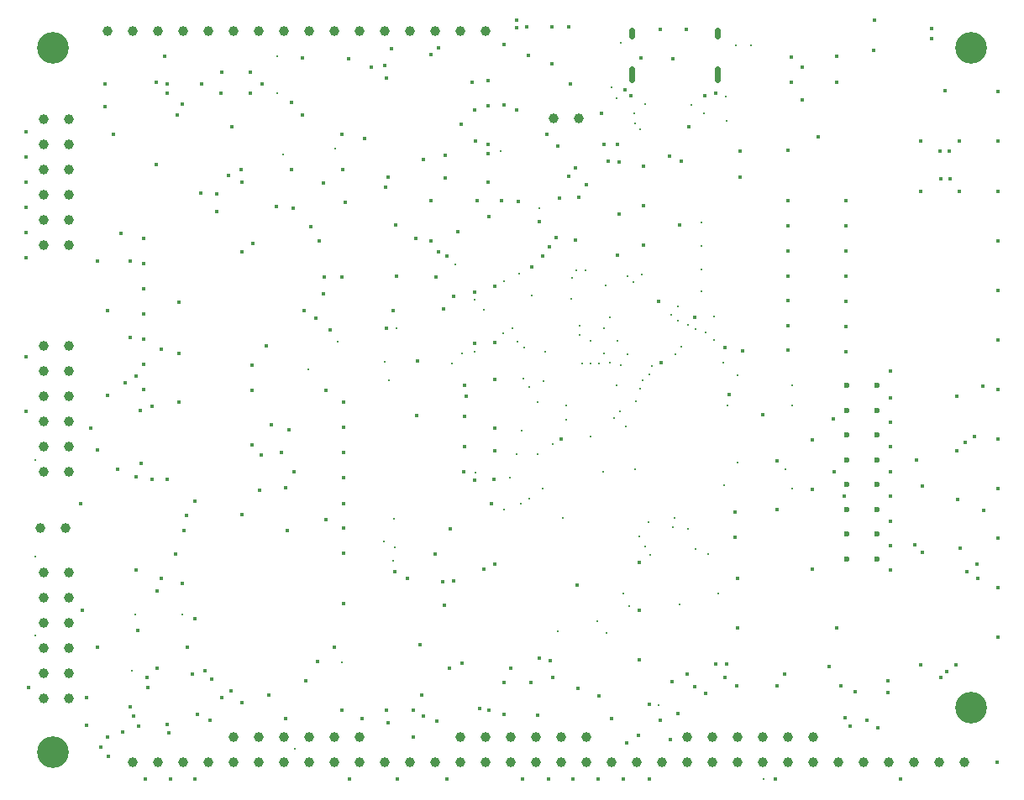
<source format=gbr>
%TF.GenerationSoftware,KiCad,Pcbnew,8.0.8-8.0.8-0~ubuntu22.04.1*%
%TF.CreationDate,2025-02-25T18:23:06-05:00*%
%TF.ProjectId,tinytapeout-demo,74696e79-7461-4706-956f-75742d64656d,2.1.2*%
%TF.SameCoordinates,PX38be5e0PY7d687e0*%
%TF.FileFunction,Plated,1,4,PTH,Mixed*%
%TF.FilePolarity,Positive*%
%FSLAX46Y46*%
G04 Gerber Fmt 4.6, Leading zero omitted, Abs format (unit mm)*
G04 Created by KiCad (PCBNEW 8.0.8-8.0.8-0~ubuntu22.04.1) date 2025-02-25 18:23:06*
%MOMM*%
%LPD*%
G01*
G04 APERTURE LIST*
%TA.AperFunction,ViaDrill*%
%ADD10C,0.300000*%
%TD*%
%TA.AperFunction,ComponentDrill*%
%ADD11C,0.300000*%
%TD*%
%TA.AperFunction,ViaDrill*%
%ADD12C,0.400000*%
%TD*%
%TA.AperFunction,ComponentDrill*%
%ADD13C,0.400000*%
%TD*%
G04 aperture for slot hole*
%TA.AperFunction,ComponentDrill*%
%ADD14C,0.600000*%
%TD*%
%TA.AperFunction,ComponentDrill*%
%ADD15C,0.600000*%
%TD*%
%TA.AperFunction,ComponentDrill*%
%ADD16C,1.000000*%
%TD*%
%TA.AperFunction,ComponentDrill*%
%ADD17C,3.200000*%
%TD*%
G04 APERTURE END LIST*
D10*
X85600000Y-57800000D03*
X85600000Y-61500000D03*
X86200000Y-67700000D03*
X88700531Y-89349471D03*
X91450000Y-67150000D03*
X91700000Y-86600000D03*
X96327500Y-106774398D03*
X96400000Y-88600000D03*
X96827500Y-90500000D03*
X97388449Y-104455000D03*
X97400000Y-107300000D03*
X97580003Y-85200000D03*
X103200000Y-88800000D03*
X103500000Y-78800000D03*
X104200000Y-87800000D03*
X105500000Y-82400000D03*
X105500000Y-87600000D03*
X105600000Y-99800000D03*
X106400000Y-83400000D03*
X108327500Y-85772500D03*
X108400000Y-80500000D03*
X108400000Y-103500000D03*
X109000000Y-100302500D03*
X109250032Y-85272500D03*
X109702500Y-97900000D03*
X109813714Y-86554067D03*
X109999998Y-79700000D03*
X110470238Y-87154962D03*
X110958820Y-102400000D03*
X111000000Y-91200000D03*
X111200000Y-81900000D03*
X111827825Y-92672175D03*
X111827825Y-97979089D03*
X112000000Y-73150000D03*
X112300000Y-101400000D03*
X112450000Y-90550000D03*
X112600000Y-87600000D03*
X113324485Y-96910961D03*
X113900000Y-115800000D03*
X114400000Y-104372500D03*
X114700000Y-93000000D03*
X114700000Y-94500000D03*
X115190380Y-82309620D03*
X115303021Y-80164674D03*
X115763197Y-79391213D03*
X116080761Y-85000000D03*
X116100000Y-85900000D03*
X116300000Y-88800000D03*
X116682098Y-79391551D03*
X117180002Y-96200000D03*
X117200000Y-88800000D03*
X117800000Y-114800000D03*
X118000000Y-88800000D03*
X118450696Y-99702500D03*
X118700000Y-80900000D03*
X118800000Y-116000000D03*
X119100000Y-84100000D03*
X119100000Y-88700000D03*
X119250000Y-60950000D03*
X119500000Y-94300000D03*
X119750000Y-62050000D03*
X119758175Y-90988683D03*
X120105242Y-93593893D03*
X120174995Y-56425005D03*
X120198797Y-88972024D03*
X120500000Y-111999988D03*
X120709051Y-95142009D03*
X120882500Y-80029531D03*
X120900000Y-87900000D03*
X121067500Y-113267500D03*
X121470469Y-80570469D03*
X121600000Y-63600000D03*
X121654338Y-64614973D03*
X121674109Y-99479892D03*
X121693961Y-92599999D03*
X122074508Y-106256020D03*
X122138961Y-91314900D03*
X122200000Y-65200000D03*
X122370813Y-90462460D03*
X122700000Y-62600000D03*
X122700000Y-107261604D03*
X123017500Y-104817500D03*
X123053961Y-89900000D03*
X123200000Y-108100000D03*
X123332221Y-89035557D03*
X124000000Y-123230000D03*
X125300000Y-83900000D03*
X125500000Y-105272503D03*
X125660617Y-104372500D03*
X125700000Y-87900000D03*
X126000000Y-83000000D03*
X126000002Y-84500000D03*
X126172500Y-113100398D03*
X126300000Y-87100000D03*
X126941715Y-84893349D03*
X127000000Y-105500000D03*
X127293311Y-62707387D03*
X127723527Y-85285450D03*
X127727500Y-107500000D03*
X128300000Y-74600000D03*
X128300000Y-76950000D03*
X128300000Y-79300000D03*
X128300000Y-81550000D03*
X128600000Y-63600000D03*
X128733689Y-85685000D03*
X128999998Y-108000000D03*
X129600000Y-84050000D03*
X129647500Y-86400000D03*
X130000000Y-112000000D03*
X130500000Y-88700000D03*
X130594023Y-101062500D03*
X130800000Y-61900000D03*
X130850000Y-64300000D03*
X131000000Y-93000000D03*
X131800000Y-56750000D03*
X132000000Y-90000000D03*
X132000000Y-98827500D03*
X133300000Y-56750000D03*
X136785720Y-99458220D03*
X137500000Y-91000000D03*
X137500000Y-93000000D03*
X137500000Y-101405000D03*
D11*
%TO.C,STITCHP3*%
X61200000Y-98500000D03*
X61200000Y-108300000D03*
X61200000Y-116200000D03*
X70900000Y-119800000D03*
X71300000Y-114100000D03*
X76000000Y-114100000D03*
X87400000Y-127700000D03*
X92100000Y-118900000D03*
X97300000Y-108700000D03*
X108100000Y-67400000D03*
X110100000Y-102900000D03*
X110200000Y-95600000D03*
X110400000Y-90300000D03*
X117150000Y-86500000D03*
X118500000Y-85200000D03*
X118500000Y-87800000D03*
X119850000Y-86500000D03*
X122300000Y-79800000D03*
X134600000Y-130700000D03*
%TD*%
D12*
X65900000Y-113700000D03*
X66800000Y-95300000D03*
X67500000Y-78500000D03*
X67500000Y-97500000D03*
X67500000Y-117432500D03*
X67800000Y-127500000D03*
X68500000Y-83500000D03*
X68500000Y-92000000D03*
X68500000Y-126499998D03*
X69100012Y-65700000D03*
X69500000Y-99500000D03*
X69800000Y-75700000D03*
X70000000Y-126000000D03*
X70222500Y-90777500D03*
X70800000Y-123400000D03*
X71094328Y-124355707D03*
X71510885Y-115702500D03*
X71800000Y-93500000D03*
X71895000Y-98895000D03*
X72100000Y-76200000D03*
X72100000Y-78740000D03*
X72100000Y-81280000D03*
X72100000Y-83820000D03*
X72100000Y-86360000D03*
X72100000Y-88900000D03*
X72100000Y-91440000D03*
X72500000Y-120500000D03*
X72521301Y-121499776D03*
X72950000Y-93100000D03*
X73000000Y-100500000D03*
X73500000Y-119500000D03*
X73869933Y-87321428D03*
X73900000Y-110500000D03*
X74200000Y-57800000D03*
X74500000Y-60600000D03*
X74500000Y-61500000D03*
X74500000Y-100500000D03*
X74500000Y-125200000D03*
X74632063Y-126067935D03*
X75319999Y-107976230D03*
X76000000Y-62600000D03*
X76000000Y-111000000D03*
X76159328Y-105670000D03*
X76510885Y-117432500D03*
X77277500Y-102700000D03*
X77277500Y-114500000D03*
X77500000Y-124152500D03*
X77900000Y-71600000D03*
X78277500Y-119800000D03*
X78800000Y-124800000D03*
X79000000Y-120600000D03*
X79500000Y-73500000D03*
X79900000Y-61500000D03*
X80000000Y-59400000D03*
X80700000Y-69800000D03*
X80900000Y-121800000D03*
X81000000Y-64900000D03*
X82000000Y-70500000D03*
X82000000Y-77500000D03*
X82000000Y-104000000D03*
X82000000Y-123000000D03*
X82900000Y-59399996D03*
X82900000Y-61500000D03*
X83000000Y-91500000D03*
X83000000Y-97022500D03*
X84000000Y-98000000D03*
X84500000Y-87000000D03*
X84722512Y-122277500D03*
X85000000Y-95000000D03*
X85500000Y-72999996D03*
X86400000Y-101300000D03*
X86600000Y-105645000D03*
X87000000Y-62500000D03*
X87000000Y-69200000D03*
X88277500Y-83500000D03*
X88489115Y-120832500D03*
X89000000Y-75000000D03*
X89500000Y-84222500D03*
X89640505Y-118877500D03*
X90200000Y-70600000D03*
X90222500Y-81750000D03*
X90500000Y-91500000D03*
X90500000Y-104505000D03*
X91315000Y-117432500D03*
X92065965Y-123722500D03*
X92070002Y-80069998D03*
X92100000Y-65700000D03*
X92200000Y-69200000D03*
X92277500Y-95230000D03*
X92277500Y-97730000D03*
X92277500Y-100330000D03*
X92277500Y-102930000D03*
X92277500Y-105430000D03*
X92277500Y-107930000D03*
X92277500Y-113030000D03*
X92300000Y-92700000D03*
X92400000Y-72500000D03*
X94400000Y-66100000D03*
X95100000Y-58900000D03*
X96511589Y-70992818D03*
X96600000Y-60000000D03*
X96600000Y-85200000D03*
X96608602Y-123722500D03*
X96777500Y-70028818D03*
X97119013Y-57040783D03*
X97300000Y-83500000D03*
X97400008Y-109800000D03*
X97500000Y-74800000D03*
X97600000Y-80000000D03*
X98722500Y-110500000D03*
X99281432Y-123752500D03*
X99300000Y-126499996D03*
X99700000Y-88570000D03*
X100120290Y-122277500D03*
X100289504Y-68231159D03*
X100329621Y-124382500D03*
X101070439Y-57644344D03*
X101077500Y-72400000D03*
X101077500Y-76429998D03*
X101500000Y-108010000D03*
X101600000Y-80100000D03*
X101680492Y-124882500D03*
X101800000Y-77500000D03*
X101804369Y-56921844D03*
X102222500Y-110777500D03*
X102317135Y-83305365D03*
X102422500Y-113170000D03*
X102522500Y-67827991D03*
X102522500Y-70048245D03*
X102705788Y-77923738D03*
X102957597Y-119492362D03*
X103000000Y-105500000D03*
X103400000Y-82000000D03*
X104100000Y-64700000D03*
X104400000Y-99752500D03*
X104500000Y-91000000D03*
X104500000Y-94100000D03*
X104500000Y-97200000D03*
X104600000Y-92100000D03*
X105500000Y-63200000D03*
X105500000Y-81600000D03*
X105500000Y-86800000D03*
X105500000Y-100600000D03*
X105600000Y-66400000D03*
X105700000Y-72400000D03*
X106000000Y-123552500D03*
X106400000Y-109500000D03*
X106800000Y-66700000D03*
X106842451Y-62814911D03*
X106842451Y-67600000D03*
X106842451Y-70500000D03*
X106855775Y-60292434D03*
X106880002Y-74000000D03*
X106954689Y-123751135D03*
X107200000Y-102900000D03*
X108200000Y-72350000D03*
X109134617Y-119492362D03*
X109690571Y-54900052D03*
X109700000Y-54200000D03*
X109700000Y-63249996D03*
X109900074Y-72435037D03*
X110750000Y-54850000D03*
X110900000Y-57750000D03*
X111117096Y-120937362D03*
X111800000Y-124300000D03*
X112000000Y-74500000D03*
X112000000Y-118500000D03*
X112300000Y-78000000D03*
X112800000Y-65700000D03*
X113000000Y-77000000D03*
X113300000Y-54850000D03*
X113300000Y-58600000D03*
X113388922Y-120455000D03*
X113850000Y-66850000D03*
X114000000Y-72100000D03*
X114951261Y-54883120D03*
X114981998Y-69924002D03*
X115154271Y-60586186D03*
X115600000Y-69100000D03*
X115619975Y-76319975D03*
X115900000Y-121577500D03*
X115983984Y-72042753D03*
X116750002Y-70750000D03*
X118000000Y-122322500D03*
X118250004Y-63550000D03*
X118500000Y-66700000D03*
X118961435Y-68395339D03*
X119300000Y-124600000D03*
X120000000Y-73700000D03*
X120599990Y-61200000D03*
X120800000Y-127100000D03*
X121200000Y-61800000D03*
X122000000Y-126300000D03*
X123100000Y-123200000D03*
X124000000Y-82500000D03*
X124200000Y-124752500D03*
X124235617Y-88725871D03*
X125100000Y-67900000D03*
X125200000Y-126700000D03*
X125400000Y-120877500D03*
X126000000Y-124100000D03*
X126895000Y-120100000D03*
X127700000Y-121377500D03*
X128700000Y-61800000D03*
X128800000Y-122100000D03*
X129750000Y-61550000D03*
X129800000Y-119100000D03*
X130700000Y-120500000D03*
X130900000Y-119100000D03*
X132000000Y-110500000D03*
X132000000Y-115500000D03*
X132200000Y-67400000D03*
X132200000Y-70000000D03*
X132450000Y-87500000D03*
X134500000Y-94000000D03*
X135800000Y-130700000D03*
X136000000Y-98600000D03*
X136000000Y-103500000D03*
X136722500Y-120097233D03*
X137100000Y-72400000D03*
X137100000Y-74950000D03*
X137100000Y-77450000D03*
X137100000Y-79950000D03*
X137100000Y-82450000D03*
X137100000Y-84950000D03*
X137100000Y-87450000D03*
X137400000Y-57900000D03*
X137400000Y-60400000D03*
X138500000Y-58900000D03*
X138500000Y-62200000D03*
X139500000Y-96500000D03*
X139500000Y-101520002D03*
X139500000Y-109500000D03*
X140100000Y-65900000D03*
X141200000Y-119400000D03*
X141589115Y-94410885D03*
X141729603Y-99751373D03*
X142000000Y-57800000D03*
X142000000Y-60400000D03*
X142000000Y-115500000D03*
X142700000Y-102200000D03*
X142777593Y-124560000D03*
X143363158Y-125400000D03*
X143800000Y-121900000D03*
X145000000Y-124800000D03*
X145700000Y-57200000D03*
X145800000Y-54200000D03*
X147100000Y-122000000D03*
X149850000Y-107043466D03*
X150000000Y-98500000D03*
X150600000Y-101200000D03*
X150630331Y-107869669D03*
X151500000Y-55000000D03*
X151500000Y-56000000D03*
X152400000Y-67400000D03*
X152500000Y-70200000D03*
X152500000Y-120500000D03*
X152900000Y-61300000D03*
X153100000Y-119900000D03*
X153300000Y-67400000D03*
X153400000Y-70200000D03*
X154100000Y-92100000D03*
X154100000Y-97600000D03*
X154400000Y-107400000D03*
X154950000Y-96750000D03*
X155100000Y-109800000D03*
X155850000Y-96200000D03*
X156100000Y-109000000D03*
X156700000Y-91100000D03*
X156800000Y-103600000D03*
D13*
%TO.C,STITCHB27*%
X60300000Y-65400000D03*
%TO.C,STITCHB29*%
X60300000Y-67940000D03*
%TO.C,STITCHB30*%
X60300000Y-70480000D03*
%TO.C,STITCHB31*%
X60300000Y-73020000D03*
%TO.C,STITCHB32*%
X60300000Y-75560000D03*
%TO.C,STITCHB33*%
X60300000Y-78100000D03*
%TO.C,STITCHB34*%
X60300000Y-88100000D03*
%TO.C,STITCHB35*%
X60300000Y-93600000D03*
%TO.C,STITCHB1*%
X60500000Y-121500000D03*
X65750000Y-102900000D03*
X66400000Y-122500000D03*
X66400000Y-125300000D03*
X68200000Y-60600000D03*
X68200000Y-62900000D03*
X68600000Y-128400000D03*
X70800000Y-78500000D03*
X70800000Y-86200000D03*
X71350000Y-109600000D03*
X71400000Y-90100000D03*
X71400000Y-100200000D03*
X71600000Y-125400000D03*
X72300000Y-130700000D03*
X73400000Y-60400000D03*
X73400000Y-68700000D03*
X73500000Y-111700000D03*
X74800000Y-130700000D03*
X75500000Y-63700000D03*
X75700000Y-82600000D03*
X75700000Y-87800000D03*
X75700000Y-92700000D03*
X76400000Y-104100000D03*
X77000000Y-120100000D03*
X77300000Y-130700000D03*
X78000000Y-60600000D03*
X79500000Y-71700000D03*
X80000000Y-122500000D03*
X81900000Y-69200000D03*
X83000000Y-89000000D03*
X83100000Y-76700000D03*
X83800000Y-101600000D03*
X84100000Y-60600000D03*
X86000000Y-97800000D03*
X86400000Y-124600000D03*
X86750000Y-95450000D03*
X87200000Y-73100000D03*
X87300000Y-99700000D03*
X88100000Y-58000000D03*
X88100000Y-63700000D03*
X89850000Y-76450000D03*
X90300000Y-80100000D03*
X90900000Y-85400000D03*
X92800000Y-58100000D03*
X92900000Y-130700000D03*
X94100000Y-124600000D03*
X96400000Y-58700000D03*
X96800000Y-125000000D03*
X97700000Y-130700000D03*
X99550000Y-76200000D03*
X99600000Y-94050000D03*
X100000000Y-117200000D03*
X102700000Y-130700000D03*
X103400000Y-110750000D03*
X103800000Y-75500000D03*
X104200000Y-119000000D03*
X105200000Y-60400000D03*
X107400000Y-100500000D03*
X107500000Y-81000000D03*
X107500000Y-86700000D03*
X107500000Y-90400000D03*
X107500000Y-95300000D03*
X107500000Y-97600000D03*
X107500000Y-109000000D03*
X108400000Y-56600000D03*
X108400000Y-62750000D03*
X108400000Y-121000000D03*
X108400000Y-124200000D03*
X110300000Y-130700000D03*
X111200000Y-79100000D03*
X112900000Y-130700000D03*
X113100000Y-118800000D03*
X113700000Y-76100000D03*
X114200000Y-96400000D03*
X115400000Y-130700000D03*
X115850000Y-111150000D03*
X117900000Y-130700000D03*
%TO.C,STITCHB7*%
X119900000Y-66700000D03*
%TO.C,STITCHB4*%
X119900000Y-77900000D03*
%TO.C,STITCHB6*%
X120000000Y-68450000D03*
%TO.C,STITCHB1*%
X120500000Y-130700000D03*
X122100000Y-108900000D03*
X122100000Y-113700000D03*
X122100000Y-118700000D03*
%TO.C,STITCHB7*%
X122250000Y-58000000D03*
%TO.C,STITCHB1*%
X122500000Y-68900000D03*
%TO.C,STITCHB2*%
X122500000Y-72900000D03*
%TO.C,STITCHB3*%
X122500000Y-76900000D03*
%TO.C,STITCHB1*%
X123100000Y-130700000D03*
%TO.C,STITCHB7*%
X124200000Y-55100000D03*
X125500000Y-58100000D03*
%TO.C,STITCHB5*%
X126100000Y-74850000D03*
%TO.C,STITCHB1*%
X126300000Y-68400000D03*
%TO.C,STITCHB7*%
X126800000Y-55100000D03*
%TO.C,STITCHB1*%
X127100000Y-64900000D03*
X127700000Y-84100000D03*
X130700000Y-87200000D03*
X131100000Y-91900000D03*
X131700000Y-103800000D03*
X131750000Y-106350000D03*
X131900000Y-121300000D03*
X136000000Y-121300000D03*
X137100000Y-67300000D03*
X142400000Y-121300000D03*
X142900000Y-72400000D03*
%TO.C,STITCHB8*%
X142900000Y-74940000D03*
%TO.C,STITCHB9*%
X142900000Y-77480000D03*
%TO.C,STITCHB10*%
X142900000Y-80020000D03*
%TO.C,STITCHB11*%
X142900000Y-82560000D03*
%TO.C,STITCHB12*%
X142900000Y-85100000D03*
%TO.C,STITCHB13*%
X142900000Y-87640000D03*
%TO.C,STITCHB1*%
X146100000Y-125500000D03*
X147100000Y-120800000D03*
X147400000Y-89600000D03*
X147400000Y-92300000D03*
X147400000Y-94700000D03*
X147400000Y-97200000D03*
X147400000Y-99700000D03*
X147400000Y-102200000D03*
X147400000Y-104700000D03*
X147400000Y-107200000D03*
X147400000Y-109600000D03*
X148400000Y-130700000D03*
X150400000Y-66400000D03*
X150400000Y-71400000D03*
X150400000Y-119200000D03*
X154000000Y-119200000D03*
X154200000Y-102500000D03*
X154300000Y-66400000D03*
X154300000Y-71400000D03*
X156200000Y-110500000D03*
%TO.C,STITCHB26*%
X158100000Y-129000000D03*
%TO.C,STITCHB14*%
X158200000Y-61400000D03*
%TO.C,STITCHB15*%
X158200000Y-66400000D03*
%TO.C,STITCHB16*%
X158200000Y-71400000D03*
%TO.C,STITCHB17*%
X158200000Y-76400000D03*
%TO.C,STITCHB18*%
X158200000Y-81400000D03*
%TO.C,STITCHB19*%
X158200000Y-86400000D03*
%TO.C,STITCHB20*%
X158200000Y-91400000D03*
%TO.C,STITCHB21*%
X158200000Y-96400000D03*
%TO.C,STITCHB22*%
X158200000Y-101400000D03*
%TO.C,STITCHB23*%
X158200000Y-106400000D03*
%TO.C,STITCHB24*%
X158200000Y-111400000D03*
%TO.C,STITCHB25*%
X158200000Y-116400000D03*
D14*
%TO.C,J20*%
X121280000Y-55150000D02*
X121280000Y-55750000D01*
X121280000Y-59080000D02*
X121280000Y-60180000D01*
X129920000Y-55150000D02*
X129920000Y-55750000D01*
X129920000Y-59080000D02*
X129920000Y-60180000D01*
D15*
%TO.C,JP8*%
X143000000Y-91000000D03*
%TO.C,JP7*%
X143000000Y-93500000D03*
%TO.C,JP6*%
X143000000Y-96000000D03*
%TO.C,JP5*%
X143000000Y-98500000D03*
%TO.C,JP4*%
X143000000Y-101000000D03*
%TO.C,JP3*%
X143000000Y-103500000D03*
%TO.C,JP2*%
X143000000Y-106000000D03*
%TO.C,JP1*%
X143000000Y-108500000D03*
%TO.C,JP8*%
X146000000Y-91000000D03*
%TO.C,JP7*%
X146000000Y-93500000D03*
%TO.C,JP6*%
X146000000Y-96000000D03*
%TO.C,JP5*%
X146000000Y-98500000D03*
%TO.C,JP4*%
X146000000Y-101000000D03*
%TO.C,JP3*%
X146000000Y-103500000D03*
%TO.C,JP2*%
X146000000Y-106000000D03*
%TO.C,JP1*%
X146000000Y-108500000D03*
D16*
%TO.C,J10*%
X61725000Y-105395000D03*
%TO.C,J14*%
X62060000Y-64180000D03*
X62060000Y-66720000D03*
X62060000Y-69260000D03*
X62060000Y-71800000D03*
X62060000Y-74340000D03*
X62060000Y-76880000D03*
%TO.C,J13*%
X62060000Y-87040000D03*
X62060000Y-89580000D03*
X62060000Y-92120000D03*
X62060000Y-94660000D03*
X62060000Y-97200000D03*
X62060000Y-99740000D03*
%TO.C,J12*%
X62060000Y-109900000D03*
X62060000Y-112440000D03*
X62060000Y-114980000D03*
X62060000Y-117520000D03*
X62060000Y-120060000D03*
X62060000Y-122600000D03*
%TO.C,J10*%
X64265000Y-105395000D03*
%TO.C,J14*%
X64600000Y-64180000D03*
X64600000Y-66720000D03*
X64600000Y-69260000D03*
X64600000Y-71800000D03*
X64600000Y-74340000D03*
X64600000Y-76880000D03*
%TO.C,J13*%
X64600000Y-87040000D03*
X64600000Y-89580000D03*
X64600000Y-92120000D03*
X64600000Y-94660000D03*
X64600000Y-97200000D03*
X64600000Y-99740000D03*
%TO.C,J12*%
X64600000Y-109900000D03*
X64600000Y-112440000D03*
X64600000Y-114980000D03*
X64600000Y-117520000D03*
X64600000Y-120060000D03*
X64600000Y-122600000D03*
%TO.C,J9*%
X68500000Y-55300000D03*
%TO.C,J2*%
X71000000Y-129000000D03*
%TO.C,J9*%
X71040000Y-55300000D03*
%TO.C,J2*%
X73540000Y-129000000D03*
%TO.C,J9*%
X73580000Y-55300000D03*
%TO.C,J2*%
X76080000Y-129000000D03*
%TO.C,J9*%
X76120000Y-55300000D03*
%TO.C,J2*%
X78620000Y-129000000D03*
%TO.C,J9*%
X78660000Y-55300000D03*
%TO.C,J3*%
X81155000Y-126455000D03*
X81155000Y-128995000D03*
%TO.C,J9*%
X81200000Y-55300000D03*
%TO.C,J3*%
X83695000Y-126455000D03*
X83695000Y-128995000D03*
%TO.C,J9*%
X83740000Y-55300000D03*
%TO.C,J3*%
X86235000Y-126455000D03*
X86235000Y-128995000D03*
%TO.C,J9*%
X86280000Y-55300000D03*
%TO.C,J3*%
X88775000Y-126455000D03*
X88775000Y-128995000D03*
%TO.C,J9*%
X88820000Y-55300000D03*
%TO.C,J3*%
X91315000Y-126455000D03*
X91315000Y-128995000D03*
%TO.C,J9*%
X91360000Y-55300000D03*
%TO.C,J3*%
X93855000Y-126455000D03*
X93855000Y-128995000D03*
%TO.C,J9*%
X93900000Y-55300000D03*
%TO.C,J17*%
X96430000Y-129000000D03*
%TO.C,J9*%
X96440000Y-55300000D03*
%TO.C,J17*%
X98970000Y-129000000D03*
%TO.C,J9*%
X98980000Y-55300000D03*
%TO.C,J17*%
X101510000Y-129000000D03*
%TO.C,J9*%
X101520000Y-55300000D03*
%TO.C,J5*%
X104015000Y-126455000D03*
X104015000Y-128995000D03*
%TO.C,J9*%
X104060000Y-55300000D03*
%TO.C,J5*%
X106555000Y-126455000D03*
X106555000Y-128995000D03*
%TO.C,J9*%
X106600000Y-55300000D03*
%TO.C,J5*%
X109095000Y-126455000D03*
X109095000Y-128995000D03*
X111635000Y-126455000D03*
X111635000Y-128995000D03*
%TO.C,J19*%
X113450000Y-64100000D03*
%TO.C,J5*%
X114175000Y-126455000D03*
X114175000Y-128995000D03*
%TO.C,J19*%
X115990000Y-64100000D03*
%TO.C,J5*%
X116715000Y-126455000D03*
X116715000Y-128995000D03*
%TO.C,J8*%
X119275000Y-129000000D03*
X121815000Y-129000000D03*
X124355000Y-129000000D03*
%TO.C,J6*%
X126875000Y-126455000D03*
X126875000Y-128995000D03*
X129415000Y-126455000D03*
X129415000Y-128995000D03*
X131955000Y-126455000D03*
X131955000Y-128995000D03*
X134495000Y-126455000D03*
X134495000Y-128995000D03*
X137035000Y-126455000D03*
X137035000Y-128995000D03*
X139575000Y-126455000D03*
X139575000Y-128995000D03*
%TO.C,J1*%
X142110000Y-129000000D03*
X144650000Y-129000000D03*
X147190000Y-129000000D03*
X149730000Y-129000000D03*
X152270000Y-129000000D03*
X154810000Y-129000000D03*
D17*
%TO.C,MT3*%
X63000000Y-57000000D03*
%TO.C,MT1*%
X63000000Y-128000000D03*
%TO.C,MT4*%
X155500000Y-57000000D03*
%TO.C,MT2*%
X155500000Y-123500000D03*
M02*

</source>
